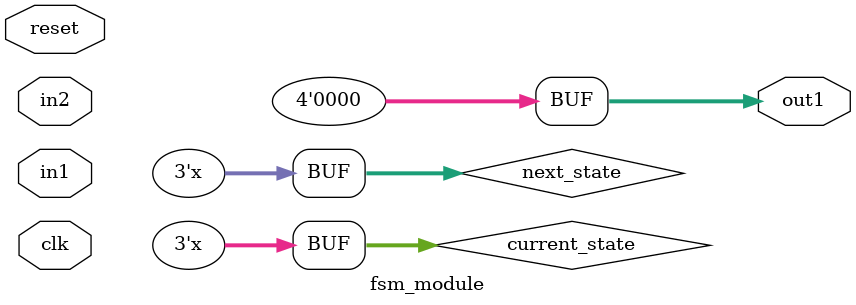
<source format=v>
module fsm_module(clk, reset, in1, in2, out1);
	input clk, reset;
	input [3:0] in1, in2;
	output reg [3:0] out1;
	
	parameter NEG2 = 3'h2, NEG1 = 3'h6, NEUTRAL = 3'h4, POS1 = 3'h5, POS2 = 3'h1;
	reg [2:0] current_state, next_state;
	
	// comb logic to determine next_state and out1
	always @ (in1,in2,current_state) begin
	
		// default value of next_state to prevent latch, simplifies code
		next_state = current_state;
		
		// default value of out1 to prevent latch
		out1 = 0;
		
		case (current_state)
			NEG2: begin
				out1 = in1;
				if (in1 < in2)
					next_state = NEG1;
				else if (in1 >= in2)
					next_state = NEG2;
			end
			
			NEG1: begin
				out1 = in1;
				if (in1 > in2)
					next_state = NEG2;
				else if (in1 < in2)
					next_state = NEUTRAL;
				else if (in1 == in2)
					next_state = NEG1;
			end
			
			NEUTRAL: begin
				out1 = 0;
				if (in1 > in2)
					next_state = NEG1;
				else if (in1 < in2)
					next_state = POS1;
				else if (in1 == in2)
					next_state = NEUTRAL;
			end
			
			POS1: begin
				out1 = in2;
				if (in1 > in2)
					next_state = NEUTRAL;
				else if (in1 < in2)
					next_state = POS2;
				else if (in1 == in2)
					next_state = POS1;
			end
			
			POS2: begin
				out1 = in2;
				if (in1 > in2)
					next_state = POS1;
				else if (in1 <= in2)
					next_state = POS2;	
			end
		endcase
		
		// update state
		current_state <= next_state;
	end

endmodule
</source>
